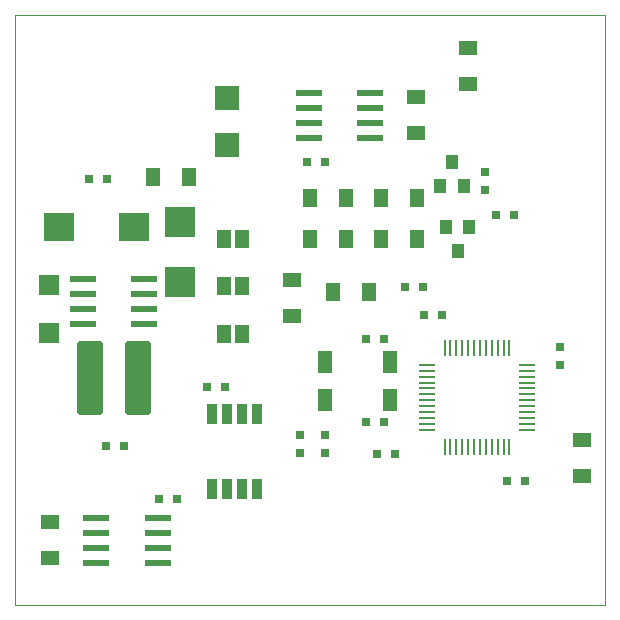
<source format=gtp>
G75*
%MOIN*%
%OFA0B0*%
%FSLAX24Y24*%
%IPPOS*%
%LPD*%
%AMOC8*
5,1,8,0,0,1.08239X$1,22.5*
%
%ADD10C,0.0000*%
%ADD11R,0.0580X0.0110*%
%ADD12R,0.0110X0.0580*%
%ADD13R,0.0866X0.0236*%
%ADD14R,0.1024X0.0945*%
%ADD15R,0.0984X0.1004*%
%ADD16R,0.0787X0.0787*%
%ADD17R,0.0315X0.0315*%
%ADD18C,0.0217*%
%ADD19R,0.0669X0.0709*%
%ADD20R,0.0512X0.0630*%
%ADD21R,0.0630X0.0512*%
%ADD22R,0.0512X0.0748*%
%ADD23R,0.0320X0.0660*%
%ADD24R,0.0394X0.0472*%
%ADD25R,0.0460X0.0630*%
D10*
X000500Y000500D02*
X000500Y020185D01*
X020185Y020185D01*
X020185Y000500D01*
X000500Y000500D01*
X000500Y020185D01*
X020185Y020185D01*
X020185Y000500D01*
X000500Y000500D01*
D11*
X014246Y006345D03*
X014246Y006535D03*
X014246Y006735D03*
X014246Y006935D03*
X014246Y007125D03*
X014246Y007325D03*
X014246Y007525D03*
X014246Y007725D03*
X014246Y007915D03*
X014246Y008115D03*
X014246Y008315D03*
X014246Y008505D03*
X017566Y008505D03*
X017566Y008315D03*
X017566Y008115D03*
X017566Y007915D03*
X017566Y007725D03*
X017566Y007525D03*
X017566Y007325D03*
X017566Y007125D03*
X017566Y006935D03*
X017566Y006735D03*
X017566Y006535D03*
X017566Y006345D03*
D12*
X016986Y005765D03*
X016796Y005765D03*
X016596Y005765D03*
X016396Y005765D03*
X016206Y005765D03*
X016006Y005765D03*
X015806Y005765D03*
X015606Y005765D03*
X015416Y005765D03*
X015216Y005765D03*
X015016Y005765D03*
X014826Y005765D03*
X014826Y009085D03*
X015016Y009085D03*
X015216Y009085D03*
X015416Y009085D03*
X015606Y009085D03*
X015806Y009085D03*
X016006Y009085D03*
X016206Y009085D03*
X016396Y009085D03*
X016596Y009085D03*
X016796Y009085D03*
X016986Y009085D03*
D13*
X012350Y016089D03*
X012350Y016589D03*
X012350Y017089D03*
X012350Y017589D03*
X010303Y017589D03*
X010303Y017089D03*
X010303Y016589D03*
X010303Y016089D03*
X004823Y011360D03*
X004823Y010860D03*
X004823Y010360D03*
X004823Y009860D03*
X002776Y009860D03*
X002776Y010360D03*
X002776Y010860D03*
X002776Y011360D03*
X003217Y003415D03*
X003217Y002915D03*
X003217Y002415D03*
X003217Y001915D03*
X005264Y001915D03*
X005264Y002415D03*
X005264Y002915D03*
X005264Y003415D03*
D14*
X004482Y013091D03*
X001982Y013091D03*
D15*
X006020Y013260D03*
X006020Y011260D03*
D16*
X007579Y015835D03*
X007579Y017409D03*
D17*
X010239Y015264D03*
X010839Y015264D03*
X013519Y011102D03*
X014119Y011102D03*
X014133Y010181D03*
X014733Y010181D03*
X012808Y009358D03*
X012208Y009358D03*
X012208Y006602D03*
X012808Y006602D03*
X012578Y005547D03*
X013178Y005547D03*
X010854Y005586D03*
X010854Y006186D03*
X010000Y006170D03*
X010000Y005570D03*
X007493Y007783D03*
X006893Y007783D03*
X004146Y005815D03*
X003546Y005815D03*
X005318Y004043D03*
X005918Y004043D03*
X016165Y014357D03*
X016165Y014957D03*
X016539Y013492D03*
X017139Y013492D03*
X018661Y009103D03*
X018661Y008503D03*
X017509Y004642D03*
X016909Y004642D03*
X003560Y014724D03*
X002960Y014724D03*
D18*
X003309Y009223D02*
X003309Y006959D01*
X002659Y006959D01*
X002659Y009223D01*
X003309Y009223D01*
X003309Y007175D02*
X002659Y007175D01*
X002659Y007391D02*
X003309Y007391D01*
X003309Y007607D02*
X002659Y007607D01*
X002659Y007823D02*
X003309Y007823D01*
X003309Y008039D02*
X002659Y008039D01*
X002659Y008255D02*
X003309Y008255D01*
X003309Y008471D02*
X002659Y008471D01*
X002659Y008687D02*
X003309Y008687D01*
X003309Y008903D02*
X002659Y008903D01*
X002659Y009119D02*
X003309Y009119D01*
X004273Y009223D02*
X004273Y006959D01*
X004273Y009223D02*
X004923Y009223D01*
X004923Y006959D01*
X004273Y006959D01*
X004273Y007175D02*
X004923Y007175D01*
X004923Y007391D02*
X004273Y007391D01*
X004273Y007607D02*
X004923Y007607D01*
X004923Y007823D02*
X004273Y007823D01*
X004273Y008039D02*
X004923Y008039D01*
X004923Y008255D02*
X004273Y008255D01*
X004273Y008471D02*
X004923Y008471D01*
X004923Y008687D02*
X004273Y008687D01*
X004273Y008903D02*
X004923Y008903D01*
X004923Y009119D02*
X004273Y009119D01*
D19*
X001646Y009559D03*
X001646Y011173D03*
D20*
X005101Y014783D03*
X006301Y014783D03*
X010333Y014083D03*
X011533Y014083D03*
X012695Y014083D03*
X013895Y014083D03*
X013895Y012705D03*
X012695Y012705D03*
X011533Y012705D03*
X010333Y012705D03*
X011120Y010933D03*
X012320Y010933D03*
D21*
X009752Y011336D03*
X009752Y010136D03*
X013886Y016239D03*
X013886Y017439D03*
X015606Y017888D03*
X015606Y019088D03*
X019398Y006021D03*
X019398Y004821D03*
X001681Y003265D03*
X001681Y002065D03*
D22*
X010835Y007350D03*
X010835Y008610D03*
X013000Y008610D03*
X013000Y007350D03*
D23*
X008587Y006868D03*
X008087Y006868D03*
X007587Y006868D03*
X007087Y006868D03*
X007087Y004368D03*
X007587Y004368D03*
X008087Y004368D03*
X008587Y004368D03*
D24*
X015264Y012311D03*
X015657Y013098D03*
X014870Y013098D03*
X014673Y014476D03*
X015461Y014476D03*
X015067Y015264D03*
D25*
X008083Y012705D03*
X007483Y012705D03*
X007483Y011130D03*
X008083Y011130D03*
X008083Y009555D03*
X007483Y009555D03*
M02*

</source>
